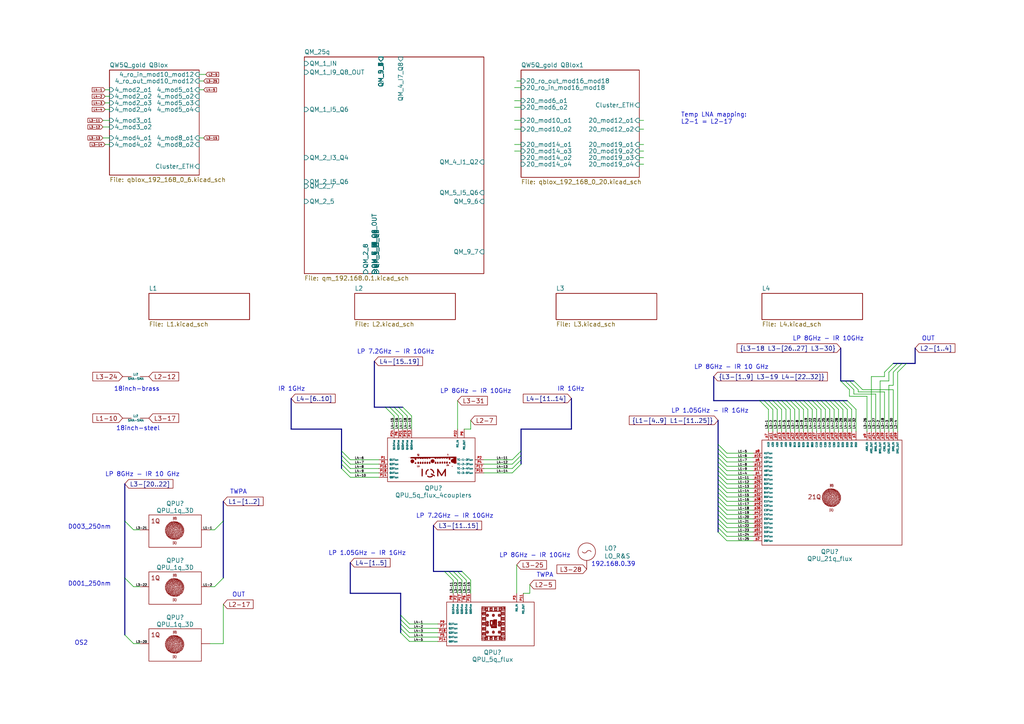
<source format=kicad_sch>
(kicad_sch (version 20230121) (generator eeschema)
  (paper "A4")
  (lib_symbols
    (symbol "Quantum Computing:LO_R&S" (on_board no)
      (property "Reference" "LO" (at 5.08 1.016 0))
      (property "Value" "LO_R&S" (at 5.08 -1.27 0))
      (symbol "LO_R&S_1_1"
        (pin output line (at 0 -5.08 90) (length 2.54) (name "") (number ""))
      )
    )
    (symbol "Quantum Computing:QPU_1q_3D" (on_board no)
      (property "Reference" "QPU" (at 0 7.62 0))
      (property "Value" "QPU_1q_3D" (at 0 5.588 0))
      (symbol "QPU_1q_3D_0_0"
        (text "1Q" (at -5.715 2.54 0) (effects (font (size 1.27 1.27))))
      )
      (symbol "QPU_1q_3D_1_1"
        (pin input line (at -10.16 0 0) (length 2.54) (name "") (number ""))
        (pin output line (at 10.16 0 180) (length 2.54) (name "") (number ""))
      )
    )
    (symbol "Quantum Computing:QPU_21q_flux" (on_board no)
      (property "Reference" "QPU" (at -0.635 -1.905 0))
      (property "Value" "QPU_21q_flux" (at -0.635 -3.937 0))
      (symbol "QPU_21q_flux_0_0"
        (text "21Q" (at -5.08 13.97 0) (effects (font (size 1.27 1.27))))
      )
      (symbol "QPU_21q_flux_1_1"
        (pin input line (at -22.86 25.4 0) (length 2.54) (name "A2Flux") (number "p10"))
        (pin input line (at -17.145 33.02 270) (length 2.54) (name "A2D") (number "p11"))
        (pin input line (at -22.86 22.86 0) (length 2.54) (name "A4Flux") (number "p12"))
        (pin input line (at -14.605 33.02 270) (length 2.54) (name "A4D") (number "p13"))
        (pin output line (at 11.43 33.02 270) (length 2.54) (name "ARO_OUT") (number "p14"))
        (pin input line (at -22.86 21.59 0) (length 2.54) (name "A5Flux") (number "p17"))
        (pin input line (at -13.335 33.02 270) (length 2.54) (name "A5D") (number "p18"))
        (pin input line (at -22.86 1.27 0) (length 2.54) (name "D5Flux") (number "p2"))
        (pin input line (at -8.255 33.02 270) (length 2.54) (name "B3D") (number "p20"))
        (pin input line (at -22.86 16.51 0) (length 2.54) (name "B3Flux") (number "p21"))
        (pin input line (at -10.795 33.02 270) (length 2.54) (name "B1D") (number "p22"))
        (pin input line (at -22.86 19.05 0) (length 2.54) (name "B1Flux") (number "p23"))
        (pin input line (at 12.7 33.02 270) (length 2.54) (name "BRO_IN") (number "p24"))
        (pin input line (at -22.86 17.78 0) (length 2.54) (name "B2Flux") (number "p25"))
        (pin input line (at -9.525 33.02 270) (length 2.54) (name "B2D") (number "p26"))
        (pin input line (at -22.86 15.24 0) (length 2.54) (name "B4Flux") (number "p27"))
        (pin input line (at -6.985 33.02 270) (length 2.54) (name "B4D") (number "p28"))
        (pin output line (at 13.97 33.02 270) (length 2.54) (name "BRO_OUT") (number "p29"))
        (pin input line (at 6.985 33.02 270) (length 2.54) (name "D5D") (number "p3"))
        (pin input line (at -22.86 13.97 0) (length 2.54) (name "B5Flux") (number "p32"))
        (pin input line (at -5.715 33.02 270) (length 2.54) (name "B5D") (number "p33"))
        (pin input line (at -1.905 33.02 270) (length 2.54) (name "C3D") (number "p35"))
        (pin input line (at -22.86 10.16 0) (length 2.54) (name "C3Flux") (number "p36"))
        (pin input line (at -4.445 33.02 270) (length 2.54) (name "C1D") (number "p37"))
        (pin input line (at -22.86 12.7 0) (length 2.54) (name "C1Flux") (number "p38"))
        (pin input line (at 15.24 33.02 270) (length 2.54) (name "CRO_IN") (number "p39"))
        (pin input line (at -22.86 20.32 0) (length 2.54) (name "A6Flux") (number "p4"))
        (pin input line (at -22.86 11.43 0) (length 2.54) (name "C2Flux") (number "p40"))
        (pin input line (at -3.175 33.02 270) (length 2.54) (name "C2D") (number "p41"))
        (pin input line (at -22.86 8.89 0) (length 2.54) (name "C4Flux") (number "p42"))
        (pin input line (at -0.635 33.02 270) (length 2.54) (name "C4D") (number "p43"))
        (pin output line (at 16.51 33.02 270) (length 2.54) (name "CRO_OUT") (number "p44"))
        (pin input line (at -22.86 7.62 0) (length 2.54) (name "C5Flux") (number "p47"))
        (pin input line (at 0.635 33.02 270) (length 2.54) (name "C5D") (number "p48"))
        (pin input line (at -12.065 33.02 270) (length 2.54) (name "A6D") (number "p49"))
        (pin input line (at -15.875 33.02 270) (length 2.54) (name "A3D") (number "p5"))
        (pin input line (at 4.445 33.02 270) (length 2.54) (name "D3D") (number "p50"))
        (pin input line (at -22.86 3.81 0) (length 2.54) (name "D3Flux") (number "p51"))
        (pin input line (at 1.905 33.02 270) (length 2.54) (name "D1D") (number "p52"))
        (pin input line (at -22.86 6.35 0) (length 2.54) (name "D1Flux") (number "p53"))
        (pin input line (at 17.78 33.02 270) (length 2.54) (name "DRO_IN") (number "p54"))
        (pin input line (at -22.86 5.08 0) (length 2.54) (name "D2Flux") (number "p55"))
        (pin input line (at 3.175 33.02 270) (length 2.54) (name "D2D") (number "p56"))
        (pin input line (at -22.86 2.54 0) (length 2.54) (name "D4Flux") (number "p57"))
        (pin input line (at 5.715 33.02 270) (length 2.54) (name "D4D") (number "p58"))
        (pin output line (at 19.05 33.02 270) (length 2.54) (name "DRO_OUT") (number "p59"))
        (pin input line (at -22.86 24.13 0) (length 2.54) (name "A3Flux") (number "p6"))
        (pin input line (at -18.415 33.02 270) (length 2.54) (name "A1D") (number "p7"))
        (pin input line (at -22.86 26.67 0) (length 2.54) (name "A1Flux") (number "p8"))
        (pin input line (at 10.16 33.02 270) (length 2.54) (name "ARO_IN") (number "p9"))
      )
    )
    (symbol "Quantum Computing:QPU_5q_flux" (on_board no)
      (property "Reference" "QPU" (at -5.715 -1.905 0))
      (property "Value" "QPU_5q_flux" (at -5.715 -3.937 0))
      (symbol "QPU_5q_flux_1_1"
        (pin output line (at 3.175 15.24 270) (length 2.54) (name "RO_OUT") (number "P11"))
        (pin input line (at -21.59 1.27 0) (length 2.54) (name "Q0Flux") (number "P14"))
        (pin input line (at -12.065 15.24 270) (length 2.54) (name "Q0Drive") (number "P15"))
        (pin input line (at -14.605 15.24 270) (length 2.54) (name "Q3Drive") (number "P17"))
        (pin input line (at -21.59 3.81 0) (length 2.54) (name "Q3Flux") (number "P18"))
        (pin input line (at -15.875 15.24 270) (length 2.54) (name "Q2Drive") (number "P2"))
        (pin input line (at 1.27 15.24 270) (length 2.54) (name "RO_IN") (number "P3"))
        (pin input line (at -21.59 2.54 0) (length 2.54) (name "Q4Flux") (number "P5"))
        (pin input line (at -13.335 15.24 270) (length 2.54) (name "Q4Drive") (number "P6"))
        (pin input line (at -21.59 5.08 0) (length 2.54) (name "Q2Flux") (number "P7"))
        (pin input line (at -17.145 15.24 270) (length 2.54) (name "Q1Drive") (number "P8"))
        (pin input line (at -21.59 6.35 0) (length 2.54) (name "Q1Flux") (number "P9"))
      )
    )
    (symbol "Quantum Computing:QPU_5q_flux_4couplers" (on_board no)
      (property "Reference" "QPU" (at -5.715 -1.905 0))
      (property "Value" "QPU_5q_flux_4couplers" (at -5.715 -3.937 0))
      (symbol "QPU_5q_flux_4couplers_0_0"
        (text "13" (at -10.16 4.445 0) (effects (font (size 0.4 0.4))))
      )
      (symbol "QPU_5q_flux_4couplers_1_1"
        (pin input line (at -21.59 6.35 0) (length 2.54) (name "Q1Flux") (number "P1"))
        (pin input line (at -12.065 15.24 270) (length 2.54) (name "Q5Drive") (number "P13"))
        (pin input line (at -21.59 1.27 0) (length 2.54) (name "Q5Flux") (number "P14"))
        (pin input line (at 8.89 2.54 180) (length 2.54) (name "TC-3-5Flux") (number "P15"))
        (pin input line (at -21.59 3.81 0) (length 2.54) (name "Q3Flux") (number "P16"))
        (pin input line (at 8.89 3.81 180) (length 2.54) (name "TC-3-4Flux") (number "P17"))
        (pin input line (at -21.59 2.54 0) (length 2.54) (name "Q4Flux") (number "P18"))
        (pin input line (at -13.335 15.24 270) (length 2.54) (name "Q4Drive") (number "P19"))
        (pin input line (at 8.89 6.35 180) (length 2.54) (name "TC-1-3Flux") (number "P2"))
        (pin input line (at -14.605 15.24 270) (length 2.54) (name "Q3Drive") (number "P21"))
        (pin input line (at 1.27 15.24 270) (length 2.54) (name "RO_IN") (number "P22"))
        (pin input line (at -17.145 15.24 270) (length 2.54) (name "Q1Drive") (number "P24"))
        (pin input line (at 8.89 5.08 180) (length 2.54) (name "TC-2-3Flux") (number "P4"))
        (pin input line (at -21.59 5.08 0) (length 2.54) (name "Q2Flux") (number "P5"))
        (pin input line (at -15.875 15.24 270) (length 2.54) (name "Q2Drive") (number "P6"))
        (pin output line (at 3.175 15.24 270) (length 2.54) (name "RO_OUT") (number "P9"))
      )
    )
    (symbol "Quantum Computing:SMA-SMA"
      (property "Reference" "L:" (at 0 0.635 0))
      (property "Value" "SMA-SMA" (at 0 -0.635 0))
      (symbol "SMA-SMA_1_1"
        (pin bidirectional line (at -3.81 0 0) (length 2.54) (name "") (number ""))
        (pin bidirectional line (at 3.81 0 180) (length 2.54) (name "") (number ""))
      )
    )
  )
  (bus_entry (at 114.3 118.11) (size 2.54 2.54))
  (bus_entry (at 243.84 110.49) (size 2.54 2.54))
  (bus_entry (at 236.855 116.205) (size 2.54 2.54))
  (bus_entry (at 208.28 139.065) (size 2.54 2.54))
  (bus_entry (at 230.505 116.205) (size 2.54 2.54))
  (bus_entry (at 116.84 118.11) (size 2.54 2.54))
  (bus_entry (at 62.23 170.18) (size 2.54 -2.54))
  (bus_entry (at 243.205 116.205) (size 2.54 2.54))
  (bus_entry (at 208.28 151.765) (size 2.54 2.54))
  (bus_entry (at 128.905 165.735) (size 2.54 2.54))
  (bus_entry (at 208.28 149.225) (size 2.54 2.54))
  (bus_entry (at 208.28 154.305) (size 2.54 2.54))
  (bus_entry (at 116.205 180.975) (size 2.54 2.54))
  (bus_entry (at 226.695 116.205) (size 2.54 2.54))
  (bus_entry (at 99.06 133.35) (size 2.54 2.54))
  (bus_entry (at 239.395 116.205) (size 2.54 2.54))
  (bus_entry (at 130.175 165.735) (size 2.54 2.54))
  (bus_entry (at 241.935 116.205) (size 2.54 2.54))
  (bus_entry (at 151.13 133.35) (size -2.54 2.54))
  (bus_entry (at 208.28 144.145) (size 2.54 2.54))
  (bus_entry (at 259.08 107.95) (size 2.54 -2.54))
  (bus_entry (at 245.11 110.49) (size 2.54 2.54))
  (bus_entry (at 234.315 116.205) (size 2.54 2.54))
  (bus_entry (at 238.125 116.205) (size 2.54 2.54))
  (bus_entry (at 116.205 178.435) (size 2.54 2.54))
  (bus_entry (at 227.965 116.205) (size 2.54 2.54))
  (bus_entry (at 132.715 165.735) (size 2.54 2.54))
  (bus_entry (at 116.205 179.705) (size 2.54 2.54))
  (bus_entry (at 151.13 134.62) (size -2.54 2.54))
  (bus_entry (at 208.28 153.035) (size 2.54 2.54))
  (bus_entry (at 229.235 116.205) (size 2.54 2.54))
  (bus_entry (at 240.665 116.205) (size 2.54 2.54))
  (bus_entry (at 62.23 153.67) (size 2.54 -2.54))
  (bus_entry (at 36.195 167.64) (size 2.54 2.54))
  (bus_entry (at 115.57 118.11) (size 2.54 2.54))
  (bus_entry (at 99.06 130.81) (size 2.54 2.54))
  (bus_entry (at 208.28 150.495) (size 2.54 2.54))
  (bus_entry (at 220.345 116.205) (size 2.54 2.54))
  (bus_entry (at 111.76 118.11) (size 2.54 2.54))
  (bus_entry (at 222.885 116.205) (size 2.54 2.54))
  (bus_entry (at 257.81 107.95) (size 2.54 -2.54))
  (bus_entry (at 208.28 136.525) (size 2.54 2.54))
  (bus_entry (at 233.045 116.205) (size 2.54 2.54))
  (bus_entry (at 151.13 130.81) (size -2.54 2.54))
  (bus_entry (at 36.195 184.15) (size 2.54 2.54))
  (bus_entry (at 245.745 116.205) (size 2.54 2.54))
  (bus_entry (at 208.28 145.415) (size 2.54 2.54))
  (bus_entry (at 99.06 132.08) (size 2.54 2.54))
  (bus_entry (at 225.425 116.205) (size 2.54 2.54))
  (bus_entry (at 260.35 107.95) (size 2.54 -2.54))
  (bus_entry (at 208.28 128.905) (size 2.54 2.54))
  (bus_entry (at 133.985 165.735) (size 2.54 2.54))
  (bus_entry (at 208.28 140.335) (size 2.54 2.54))
  (bus_entry (at 208.28 132.715) (size 2.54 2.54))
  (bus_entry (at 208.28 147.955) (size 2.54 2.54))
  (bus_entry (at 244.475 116.205) (size 2.54 2.54))
  (bus_entry (at 208.28 142.875) (size 2.54 2.54))
  (bus_entry (at 151.13 132.08) (size -2.54 2.54))
  (bus_entry (at 224.155 116.205) (size 2.54 2.54))
  (bus_entry (at 235.585 116.205) (size 2.54 2.54))
  (bus_entry (at 221.615 116.205) (size 2.54 2.54))
  (bus_entry (at 208.28 141.605) (size 2.54 2.54))
  (bus_entry (at 208.28 146.685) (size 2.54 2.54))
  (bus_entry (at 131.445 165.735) (size 2.54 2.54))
  (bus_entry (at 256.54 107.95) (size 2.54 -2.54))
  (bus_entry (at 99.06 134.62) (size 2.54 2.54))
  (bus_entry (at 208.28 130.175) (size 2.54 2.54))
  (bus_entry (at 99.06 135.89) (size 2.54 2.54))
  (bus_entry (at 116.205 183.515) (size 2.54 2.54))
  (bus_entry (at 208.28 135.255) (size 2.54 2.54))
  (bus_entry (at 116.205 182.245) (size 2.54 2.54))
  (bus_entry (at 208.28 131.445) (size 2.54 2.54))
  (bus_entry (at 231.775 116.205) (size 2.54 2.54))
  (bus_entry (at 247.65 110.49) (size 2.54 2.54))
  (bus_entry (at 113.03 118.11) (size 2.54 2.54))
  (bus_entry (at 208.28 137.795) (size 2.54 2.54))
  (bus_entry (at 36.195 151.13) (size 2.54 2.54))
  (bus_entry (at 208.28 133.985) (size 2.54 2.54))
  (bus_entry (at 246.38 110.49) (size 2.54 2.54))
  (bus (pts (xy 208.28 147.955) (xy 208.28 149.225)))
  (bus (pts (xy 243.205 116.205) (xy 244.475 116.205)))
  (bus (pts (xy 36.195 140.335) (xy 36.195 151.13)))
  (bus (pts (xy 208.28 146.685) (xy 208.28 145.415)))
  (wire (pts (xy 252.73 109.22) (xy 256.54 109.22)))
  (wire (pts (xy 256.54 109.22) (xy 256.54 107.95)))
  (bus (pts (xy 208.28 141.605) (xy 208.28 140.335)))
  (wire (pts (xy 210.82 156.845) (xy 218.44 156.845)))
  (wire (pts (xy 132.715 116.205) (xy 132.715 124.46)))
  (wire (pts (xy 30.48 41.91) (xy 31.75 41.91)))
  (bus (pts (xy 220.345 116.205) (xy 221.615 116.205)))
  (wire (pts (xy 57.785 21.59) (xy 59.69 21.59)))
  (wire (pts (xy 229.235 118.745) (xy 229.235 125.095)))
  (bus (pts (xy 208.28 135.255) (xy 208.28 133.985)))
  (bus (pts (xy 236.855 116.205) (xy 238.125 116.205)))
  (wire (pts (xy 257.81 110.49) (xy 255.27 110.49)))
  (wire (pts (xy 116.84 120.65) (xy 116.84 124.46)))
  (wire (pts (xy 210.82 146.685) (xy 218.44 146.685)))
  (wire (pts (xy 225.425 118.745) (xy 225.425 125.095)))
  (wire (pts (xy 132.715 168.275) (xy 132.715 172.085)))
  (wire (pts (xy 57.785 40.005) (xy 59.055 40.005)))
  (bus (pts (xy 130.175 165.735) (xy 128.905 165.735)))
  (wire (pts (xy 149.225 37.465) (xy 151.13 37.465)))
  (bus (pts (xy 116.205 183.515) (xy 116.205 182.245)))
  (bus (pts (xy 245.11 110.49) (xy 243.84 110.49)))
  (wire (pts (xy 210.82 131.445) (xy 218.44 131.445)))
  (bus (pts (xy 241.935 116.205) (xy 243.205 116.205)))
  (wire (pts (xy 241.935 118.745) (xy 241.935 125.095)))
  (wire (pts (xy 210.82 147.955) (xy 218.44 147.955)))
  (bus (pts (xy 208.28 142.875) (xy 208.28 141.605)))
  (wire (pts (xy 224.155 118.745) (xy 224.155 125.095)))
  (bus (pts (xy 208.28 144.145) (xy 208.28 142.875)))
  (bus (pts (xy 259.08 105.41) (xy 260.35 105.41)))
  (wire (pts (xy 210.82 139.065) (xy 218.44 139.065)))
  (bus (pts (xy 233.045 116.205) (xy 234.315 116.205)))
  (bus (pts (xy 231.775 116.205) (xy 233.045 116.205)))
  (wire (pts (xy 226.695 118.745) (xy 226.695 125.095)))
  (bus (pts (xy 240.665 116.205) (xy 241.935 116.205)))
  (bus (pts (xy 99.06 130.81) (xy 99.06 124.46)))
  (wire (pts (xy 254 114.3) (xy 254 125.095)))
  (wire (pts (xy 227.965 118.745) (xy 227.965 125.095)))
  (bus (pts (xy 99.06 133.35) (xy 99.06 132.08)))
  (wire (pts (xy 29.845 34.925) (xy 31.75 34.925)))
  (wire (pts (xy 133.985 168.275) (xy 133.985 172.085)))
  (wire (pts (xy 149.86 23.495) (xy 151.13 23.495)))
  (bus (pts (xy 208.28 153.035) (xy 208.28 151.765)))
  (wire (pts (xy 64.77 175.26) (xy 64.77 186.69)))
  (wire (pts (xy 210.82 149.225) (xy 218.44 149.225)))
  (wire (pts (xy 118.745 180.975) (xy 127 180.975)))
  (wire (pts (xy 30.48 31.75) (xy 31.75 31.75)))
  (bus (pts (xy 265.43 100.965) (xy 265.43 105.41)))
  (wire (pts (xy 260.35 107.95) (xy 260.35 125.095)))
  (bus (pts (xy 226.695 116.205) (xy 227.965 116.205)))
  (wire (pts (xy 185.42 45.72) (xy 186.69 45.72)))
  (wire (pts (xy 131.445 168.275) (xy 131.445 172.085)))
  (wire (pts (xy 257.81 111.76) (xy 259.08 111.76)))
  (wire (pts (xy 149.225 25.4) (xy 151.13 25.4)))
  (wire (pts (xy 233.045 118.745) (xy 233.045 125.095)))
  (bus (pts (xy 260.35 105.41) (xy 261.62 105.41)))
  (bus (pts (xy 208.28 150.495) (xy 208.28 149.225)))
  (wire (pts (xy 119.38 120.65) (xy 119.38 124.46)))
  (wire (pts (xy 248.285 118.745) (xy 248.285 125.095)))
  (wire (pts (xy 246.38 114.935) (xy 251.46 114.935)))
  (wire (pts (xy 30.48 27.94) (xy 31.75 27.94)))
  (bus (pts (xy 208.28 139.065) (xy 208.28 137.795)))
  (wire (pts (xy 210.82 154.305) (xy 218.44 154.305)))
  (bus (pts (xy 234.315 116.205) (xy 235.585 116.205)))
  (wire (pts (xy 259.08 113.03) (xy 259.08 125.095)))
  (wire (pts (xy 148.59 137.16) (xy 140.335 137.16)))
  (bus (pts (xy 116.205 179.705) (xy 116.205 178.435)))
  (wire (pts (xy 210.82 151.765) (xy 218.44 151.765)))
  (wire (pts (xy 29.845 40.005) (xy 31.75 40.005)))
  (wire (pts (xy 210.82 150.495) (xy 218.44 150.495)))
  (bus (pts (xy 208.28 131.445) (xy 208.28 130.175)))
  (bus (pts (xy 227.965 116.205) (xy 229.235 116.205)))
  (wire (pts (xy 149.86 163.83) (xy 149.86 172.085)))
  (wire (pts (xy 210.82 140.335) (xy 218.44 140.335)))
  (bus (pts (xy 151.13 133.35) (xy 151.13 132.08)))
  (wire (pts (xy 247.65 114.3) (xy 247.65 113.03)))
  (bus (pts (xy 116.84 118.11) (xy 115.57 118.11)))
  (bus (pts (xy 208.28 140.335) (xy 208.28 139.065)))
  (wire (pts (xy 101.6 137.16) (xy 109.855 137.16)))
  (wire (pts (xy 136.525 121.92) (xy 136.525 124.46)))
  (wire (pts (xy 149.225 29.21) (xy 151.13 29.21)))
  (wire (pts (xy 256.54 113.665) (xy 248.92 113.665)))
  (bus (pts (xy 207.01 109.22) (xy 207.01 116.205)))
  (bus (pts (xy 115.57 118.11) (xy 114.3 118.11)))
  (bus (pts (xy 84.455 115.57) (xy 84.455 124.46)))
  (wire (pts (xy 210.82 153.035) (xy 218.44 153.035)))
  (wire (pts (xy 101.6 138.43) (xy 109.855 138.43)))
  (wire (pts (xy 153.67 172.085) (xy 151.765 172.085)))
  (wire (pts (xy 101.6 135.89) (xy 109.855 135.89)))
  (wire (pts (xy 148.59 134.62) (xy 140.335 134.62)))
  (bus (pts (xy 229.235 116.205) (xy 230.505 116.205)))
  (wire (pts (xy 118.745 186.055) (xy 127 186.055)))
  (wire (pts (xy 30.48 29.845) (xy 31.75 29.845)))
  (wire (pts (xy 238.125 118.745) (xy 238.125 125.095)))
  (bus (pts (xy 208.28 133.985) (xy 208.28 132.715)))
  (wire (pts (xy 235.585 118.745) (xy 235.585 125.095)))
  (wire (pts (xy 60.96 170.18) (xy 62.23 170.18)))
  (wire (pts (xy 135.255 168.275) (xy 135.255 172.085)))
  (bus (pts (xy 151.13 130.81) (xy 151.13 124.46)))
  (wire (pts (xy 57.785 23.495) (xy 59.055 23.495)))
  (wire (pts (xy 185.42 47.625) (xy 186.69 47.625)))
  (bus (pts (xy 208.28 145.415) (xy 208.28 144.145)))
  (wire (pts (xy 244.475 118.745) (xy 244.475 125.095)))
  (wire (pts (xy 210.82 155.575) (xy 218.44 155.575)))
  (bus (pts (xy 208.28 146.685) (xy 208.28 147.955)))
  (bus (pts (xy 36.195 151.13) (xy 36.195 167.64)))
  (bus (pts (xy 246.38 110.49) (xy 245.11 110.49)))
  (bus (pts (xy 101.6 163.195) (xy 101.6 172.085)))
  (bus (pts (xy 247.65 110.49) (xy 246.38 110.49)))
  (wire (pts (xy 210.82 145.415) (xy 218.44 145.415)))
  (bus (pts (xy 36.195 167.64) (xy 36.195 184.15)))
  (bus (pts (xy 111.76 118.11) (xy 108.585 118.11)))
  (wire (pts (xy 60.96 153.67) (xy 62.23 153.67)))
  (wire (pts (xy 148.59 135.89) (xy 140.335 135.89)))
  (bus (pts (xy 208.28 130.175) (xy 208.28 128.905)))
  (wire (pts (xy 255.27 110.49) (xy 255.27 125.095)))
  (bus (pts (xy 208.28 154.305) (xy 208.28 153.035)))
  (bus (pts (xy 221.615 116.205) (xy 222.885 116.205)))
  (wire (pts (xy 248.92 113.665) (xy 248.92 113.03)))
  (wire (pts (xy 247.015 118.745) (xy 247.015 125.095)))
  (bus (pts (xy 239.395 116.205) (xy 240.665 116.205)))
  (wire (pts (xy 149.225 43.815) (xy 151.13 43.815)))
  (wire (pts (xy 149.225 31.115) (xy 151.13 31.115)))
  (bus (pts (xy 243.84 100.965) (xy 243.84 110.49)))
  (wire (pts (xy 210.82 136.525) (xy 218.44 136.525)))
  (wire (pts (xy 148.59 133.35) (xy 140.335 133.35)))
  (bus (pts (xy 230.505 116.205) (xy 231.775 116.205)))
  (wire (pts (xy 243.205 118.745) (xy 243.205 125.095)))
  (wire (pts (xy 257.81 107.95) (xy 257.81 110.49)))
  (wire (pts (xy 29.845 36.83) (xy 31.75 36.83)))
  (wire (pts (xy 210.82 137.795) (xy 218.44 137.795)))
  (wire (pts (xy 231.775 118.745) (xy 231.775 125.095)))
  (wire (pts (xy 254 114.3) (xy 247.65 114.3)))
  (bus (pts (xy 99.06 134.62) (xy 99.06 133.35)))
  (bus (pts (xy 165.735 124.46) (xy 151.13 124.46)))
  (bus (pts (xy 165.735 115.57) (xy 165.735 124.46)))
  (wire (pts (xy 185.42 37.465) (xy 186.69 37.465)))
  (wire (pts (xy 251.46 114.935) (xy 251.46 125.095)))
  (wire (pts (xy 246.38 113.03) (xy 246.38 114.935)))
  (bus (pts (xy 108.585 104.775) (xy 108.585 118.11)))
  (bus (pts (xy 235.585 116.205) (xy 236.855 116.205)))
  (bus (pts (xy 151.13 132.08) (xy 151.13 130.81)))
  (wire (pts (xy 136.525 168.275) (xy 136.525 172.085)))
  (bus (pts (xy 99.06 132.08) (xy 99.06 130.81)))
  (bus (pts (xy 64.77 145.415) (xy 64.77 151.13)))
  (wire (pts (xy 38.735 153.67) (xy 40.64 153.67)))
  (wire (pts (xy 210.82 142.875) (xy 218.44 142.875)))
  (wire (pts (xy 239.395 118.745) (xy 239.395 125.095)))
  (bus (pts (xy 131.445 165.735) (xy 130.175 165.735)))
  (wire (pts (xy 136.525 124.46) (xy 134.62 124.46)))
  (wire (pts (xy 38.735 186.69) (xy 40.64 186.69)))
  (bus (pts (xy 208.28 137.795) (xy 208.28 136.525)))
  (wire (pts (xy 115.57 120.65) (xy 115.57 124.46)))
  (wire (pts (xy 210.82 144.145) (xy 218.44 144.145)))
  (bus (pts (xy 207.01 116.205) (xy 220.345 116.205)))
  (wire (pts (xy 118.745 184.785) (xy 127 184.785)))
  (bus (pts (xy 208.28 132.715) (xy 208.28 131.445)))
  (bus (pts (xy 222.885 116.205) (xy 224.155 116.205)))
  (wire (pts (xy 38.735 170.18) (xy 40.64 170.18)))
  (bus (pts (xy 132.715 165.735) (xy 131.445 165.735)))
  (bus (pts (xy 99.06 135.89) (xy 99.06 134.62)))
  (wire (pts (xy 118.745 183.515) (xy 127 183.515)))
  (wire (pts (xy 234.315 118.745) (xy 234.315 125.095)))
  (bus (pts (xy 262.89 105.41) (xy 265.43 105.41)))
  (wire (pts (xy 60.96 186.69) (xy 64.77 186.69)))
  (wire (pts (xy 210.82 133.985) (xy 218.44 133.985)))
  (wire (pts (xy 245.745 118.745) (xy 245.745 125.095)))
  (wire (pts (xy 149.225 41.91) (xy 151.13 41.91)))
  (wire (pts (xy 210.82 135.255) (xy 218.44 135.255)))
  (bus (pts (xy 116.205 182.245) (xy 116.205 180.975)))
  (wire (pts (xy 236.855 118.745) (xy 236.855 125.095)))
  (bus (pts (xy 125.73 152.4) (xy 125.73 165.735)))
  (wire (pts (xy 259.08 111.76) (xy 259.08 107.95)))
  (bus (pts (xy 208.28 151.765) (xy 208.28 150.495)))
  (bus (pts (xy 133.985 165.735) (xy 132.715 165.735)))
  (wire (pts (xy 252.73 109.22) (xy 252.73 125.095)))
  (bus (pts (xy 238.125 116.205) (xy 239.395 116.205)))
  (wire (pts (xy 250.19 113.03) (xy 259.08 113.03)))
  (bus (pts (xy 84.455 124.46) (xy 99.06 124.46)))
  (bus (pts (xy 113.03 118.11) (xy 111.76 118.11)))
  (bus (pts (xy 244.475 116.205) (xy 245.745 116.205)))
  (bus (pts (xy 116.205 178.435) (xy 116.205 172.085)))
  (bus (pts (xy 128.905 165.735) (xy 125.73 165.735)))
  (wire (pts (xy 185.42 34.925) (xy 186.69 34.925)))
  (wire (pts (xy 30.48 26.035) (xy 31.75 26.035)))
  (bus (pts (xy 225.425 116.205) (xy 226.695 116.205)))
  (wire (pts (xy 118.745 182.245) (xy 127 182.245)))
  (wire (pts (xy 149.225 34.925) (xy 151.13 34.925)))
  (wire (pts (xy 57.785 26.035) (xy 59.055 26.035)))
  (wire (pts (xy 210.82 141.605) (xy 218.44 141.605)))
  (wire (pts (xy 101.6 134.62) (xy 109.855 134.62)))
  (wire (pts (xy 101.6 133.35) (xy 109.855 133.35)))
  (bus (pts (xy 114.3 118.11) (xy 113.03 118.11)))
  (wire (pts (xy 257.81 111.76) (xy 257.81 125.095)))
  (bus (pts (xy 261.62 105.41) (xy 262.89 105.41)))
  (bus (pts (xy 224.155 116.205) (xy 225.425 116.205)))
  (wire (pts (xy 114.3 120.65) (xy 114.3 124.46)))
  (wire (pts (xy 153.67 169.545) (xy 153.67 172.085)))
  (wire (pts (xy 118.11 120.65) (xy 118.11 124.46)))
  (wire (pts (xy 185.42 41.91) (xy 186.69 41.91)))
  (bus (pts (xy 208.28 121.92) (xy 208.28 128.905)))
  (wire (pts (xy 185.42 43.815) (xy 186.69 43.815)))
  (bus (pts (xy 116.205 180.975) (xy 116.205 179.705)))
  (bus (pts (xy 208.28 136.525) (xy 208.28 135.255)))
  (wire (pts (xy 210.82 132.715) (xy 218.44 132.715)))
  (wire (pts (xy 230.505 118.745) (xy 230.505 125.095)))
  (bus (pts (xy 64.77 151.13) (xy 64.77 167.64)))
  (bus (pts (xy 101.6 172.085) (xy 116.205 172.085)))
  (wire (pts (xy 256.54 113.665) (xy 256.54 125.095)))
  (bus (pts (xy 151.13 134.62) (xy 151.13 133.35)))
  (wire (pts (xy 240.665 118.745) (xy 240.665 125.095)))
  (wire (pts (xy 222.885 118.745) (xy 222.885 125.095)))
  (text "192.168.0.39\n" (at 171.45 164.465 0) (effects (font (size 1.27 1.27)) (justify left bottom)))
  (text "LP 7.2GHz - IR 10GHz" (at 120.65 150.495 0) (effects (font (size 1.27 1.27)) (justify left bottom)))
  (text "18inch-steel" (at 33.655 125.095 0) (effects (font (size 1.27 1.27)) (justify left bottom)))
  (text "18inch-brass" (at 33.02 113.665 0) (effects (font (size 1.27 1.27)) (justify left bottom)))
  (text "LP 8GHz - IR 10GHz" (at 229.87 99.06 0) (effects (font (size 1.27 1.27)) (justify left bottom)))
  (text "TWPA" (at 155.575 167.64 0) (effects (font (size 1.27 1.27)) (justify left bottom)))
  (text "LP 1.05GHz - IR 1GHz" (at 95.25 161.29 0) (effects (font (size 1.27 1.27)) (justify left bottom)))
  (text "TWPA" (at 66.675 143.51 0) (effects (font (size 1.27 1.27)) (justify left bottom)))
  (text "IR 1GHz" (at 80.645 113.665 0) (effects (font (size 1.27 1.27)) (justify left bottom)))
  (text "Temp LNA mapping:\nL2-1 = L2-17\n" (at 197.485 36.195 0) (effects (font (size 1.27 1.27)) (justify left bottom)))
  (text "LP 8GHz - IR 10 GHz" (at 30.48 138.43 0) (effects (font (size 1.27 1.27)) (justify left bottom)))
  (text "LP 8GHz - IR 10 GHz" (at 201.295 107.315 0) (effects (font (size 1.27 1.27)) (justify left bottom)))
  (text "OS2" (at 21.59 187.325 0) (effects (font (size 1.27 1.27)) (justify left bottom)))
  (text "LP 1.05GHz - IR 1GHz" (at 217.17 120.015 0) (effects (font (size 1.27 1.27)) (justify right bottom)))
  (text "LP 7.2GHz - IR 10GHz" (at 103.505 102.87 0) (effects (font (size 1.27 1.27)) (justify left bottom)))
  (text "D003_250nm" (at 19.685 153.67 0) (effects (font (size 1.27 1.27)) (justify left bottom)))
  (text "LP 8GHz - IR 10GHz" (at 144.78 161.925 0) (effects (font (size 1.27 1.27)) (justify left bottom)))
  (text "D001_250nm\n" (at 19.685 170.18 0) (effects (font (size 1.27 1.27)) (justify left bottom)))
  (text "LP 8GHz - IR 10GHz" (at 127.635 114.3 0) (effects (font (size 1.27 1.27)) (justify left bottom)))
  (text "OUT" (at 67.31 173.355 0) (effects (font (size 1.27 1.27)) (justify left bottom)))
  (text "IR 1GHz" (at 169.545 113.665 0) (effects (font (size 1.27 1.27)) (justify right bottom)))
  (text "OUT" (at 267.335 99.06 0) (effects (font (size 1.27 1.27)) (justify left bottom)))
  (label "L3-1" (at 222.885 124.46 90) (effects (font (size 0.64 0.64))))
  (label "L4-30" (at 245.745 124.46 90) (effects (font (size 0.64 0.64))))
  (label "L4-9" (at 102.87 137.16 0) (effects (font (size 0.64 0.64))))
  (label "L1-1" (at 61.595 153.67 180) (effects (font (size 0.64 0.64))))
  (label "L1-7" (at 213.995 133.985 0) (effects (font (size 0.64 0.64))))
  (label "L3-4" (at 226.695 124.46 90) (effects (font (size 0.64 0.64))))
  (label "L4-17" (at 116.84 124.46 90) (effects (font (size 0.64 0.64))))
  (label "L3-13" (at 133.985 172.085 90) (effects (font (size 0.64 0.64))))
  (label "L3-27" (at 254 124.46 90) (effects (font (size 0.64 0.64))))
  (label "L3-11" (at 131.445 172.085 90) (effects (font (size 0.64 0.64))))
  (label "L1-21" (at 213.995 151.765 0) (effects (font (size 0.64 0.64))))
  (label "L1-16" (at 213.995 145.415 0) (effects (font (size 0.64 0.64))))
  (label "L1-19" (at 213.995 149.225 0) (effects (font (size 0.64 0.64))))
  (label "L4-22" (at 235.585 124.46 90) (effects (font (size 0.64 0.64))))
  (label "L4-26" (at 240.665 124.46 90) (effects (font (size 0.64 0.64))))
  (label "L1-2" (at 61.595 170.18 180) (effects (font (size 0.64 0.64))))
  (label "L4-11" (at 147.32 133.35 180) (effects (font (size 0.64 0.64))))
  (label "L1-12" (at 213.995 140.335 0) (effects (font (size 0.64 0.64))))
  (label "L1-23" (at 213.995 154.305 0) (effects (font (size 0.64 0.64))))
  (label "L4-3" (at 120.015 183.515 0) (effects (font (size 0.64 0.64))))
  (label "L4-1" (at 120.015 180.975 0) (effects (font (size 0.64 0.64))))
  (label "L4-4" (at 120.015 184.785 0) (effects (font (size 0.64 0.64))))
  (label "L4-15" (at 114.3 124.46 90) (effects (font (size 0.64 0.64))))
  (label "L2-4" (at 260.35 124.46 90) (effects (font (size 0.64 0.64))))
  (label "L1-13" (at 213.995 141.605 0) (effects (font (size 0.64 0.64))))
  (label "L3-12" (at 132.715 172.085 90) (effects (font (size 0.64 0.64))))
  (label "L4-12" (at 147.32 134.62 180) (effects (font (size 0.64 0.64))))
  (label "L4-16" (at 115.57 124.46 90) (effects (font (size 0.64 0.64))))
  (label "L1-5" (at 213.995 131.445 0) (effects (font (size 0.64 0.64))))
  (label "L3-2" (at 224.155 124.46 90) (effects (font (size 0.64 0.64))))
  (label "L1-25" (at 213.995 156.845 0) (effects (font (size 0.64 0.64))))
  (label "L4-18" (at 118.11 124.46 90) (effects (font (size 0.64 0.64))))
  (label "L1-11" (at 213.995 139.065 0) (effects (font (size 0.64 0.64))))
  (label "L1-6" (at 213.995 132.715 0) (effects (font (size 0.64 0.64))))
  (label "L4-14" (at 147.32 137.16 180) (effects (font (size 0.64 0.64))))
  (label "L3-3" (at 225.425 124.46 90) (effects (font (size 0.64 0.64))))
  (label "L4-6" (at 102.87 133.35 0) (effects (font (size 0.64 0.64))))
  (label "L3-30" (at 259.08 124.46 90) (effects (font (size 0.64 0.64))))
  (label "L3-21" (at 39.37 153.67 0) (effects (font (size 0.64 0.64))))
  (label "L4-10" (at 102.87 138.43 0) (effects (font (size 0.64 0.64))))
  (label "L2-3" (at 257.81 124.46 90) (effects (font (size 0.64 0.64))))
  (label "L3-18" (at 256.54 124.46 90) (effects (font (size 0.64 0.64))))
  (label "L3-6" (at 229.235 124.46 90) (effects (font (size 0.64 0.64))))
  (label "L3-9" (at 233.045 124.46 90) (effects (font (size 0.64 0.64))))
  (label "L3-20" (at 39.37 186.69 0) (effects (font (size 0.64 0.64))))
  (label "L4-27" (at 241.935 124.46 90) (effects (font (size 0.64 0.64))))
  (label "L3-26" (at 251.46 124.46 90) (effects (font (size 0.64 0.64))))
  (label "L1-9" (at 213.995 136.525 0) (effects (font (size 0.64 0.64))))
  (label "L3-22" (at 39.37 170.18 0) (effects (font (size 0.64 0.64))))
  (label "L4-32" (at 248.285 124.46 90) (effects (font (size 0.64 0.64))))
  (label "L4-23" (at 236.855 124.46 90) (effects (font (size 0.64 0.64))))
  (label "L4-28" (at 243.205 124.46 90) (effects (font (size 0.64 0.64))))
  (label "L3-5" (at 227.965 124.46 90) (effects (font (size 0.64 0.64))))
  (label "L3-19" (at 234.315 124.46 90) (effects (font (size 0.64 0.64))))
  (label "L4-25" (at 239.395 124.46 90) (effects (font (size 0.64 0.64))))
  (label "L3-15" (at 136.525 172.085 90) (effects (font (size 0.64 0.64))))
  (label "L1-17" (at 213.995 146.685 0) (effects (font (size 0.64 0.64))))
  (label "L4-13" (at 147.32 135.89 180) (effects (font (size 0.64 0.64))))
  (label "L1-8" (at 213.995 135.255 0) (effects (font (size 0.64 0.64))))
  (label "L2-2" (at 255.27 124.46 90) (effects (font (size 0.64 0.64))))
  (label "L4-29" (at 244.475 124.46 90) (effects (font (size 0.64 0.64))))
  (label "L4-2" (at 120.015 182.245 0) (effects (font (size 0.64 0.64))))
  (label "L3-8" (at 231.775 124.46 90) (effects (font (size 0.64 0.64))))
  (label "L3-14" (at 135.255 172.085 90) (effects (font (size 0.64 0.64))))
  (label "L2-1" (at 252.73 124.46 90) (effects (font (size 0.64 0.64))))
  (label "L4-31" (at 247.015 124.46 90) (effects (font (size 0.64 0.64))))
  (label "L1-22" (at 213.995 153.035 0) (effects (font (size 0.64 0.64))))
  (label "L1-15" (at 213.995 144.145 0) (effects (font (size 0.64 0.64))))
  (label "L4-5" (at 120.015 186.055 0) (effects (font (size 0.64 0.64))))
  (label "L4-8" (at 102.87 135.89 0) (effects (font (size 0.64 0.64))))
  (label "L4-7" (at 102.87 134.62 0) (effects (font (size 0.64 0.64))))
  (label "L4-19" (at 119.38 124.46 90) (effects (font (size 0.64 0.64))))
  (label "L1-24" (at 213.995 155.575 0) (effects (font (size 0.64 0.64))))
  (label "L1-4" (at 213.995 137.795 0) (effects (font (size 0.64 0.64))))
  (label "L1-14" (at 213.995 142.875 0) (effects (font (size 0.64 0.64))))
  (label "L1-20" (at 213.995 150.495 0) (effects (font (size 0.64 0.64))))
  (label "L1-18" (at 213.995 147.955 0) (effects (font (size 0.64 0.64))))
  (label "L4-24" (at 238.125 124.46 90) (effects (font (size 0.64 0.64))))
  (label "L3-7" (at 230.505 124.46 90) (effects (font (size 0.64 0.64))))
  (global_label "L4-[1..5]" (shape input) (at 101.6 163.195 0) (property "Intersheetrefs" "${INTERSHEET_REFS}" (effects hide)))
  (global_label "L3-28" (shape input) (at 170.18 165.1 180) (property "Intersheetrefs" "${INTERSHEET_REFS}" (effects hide)))
  (global_label "L4-[6..10]" (shape input) (at 84.455 115.57 0) (property "Intersheetrefs" "${INTERSHEET_REFS}" (effects hide)))
  (global_label "L2-5" (shape input) (at 153.67 169.545 0) (property "Intersheetrefs" "${INTERSHEET_REFS}" (effects hide)))
  (global_label "L4-1" (shape input) (at 30.48 26.035 180) (effects (font (size 0.64 0.64))) (property "Intersheetrefs" "${INTERSHEET_REFS}" (effects hide)))
  (global_label "{L3-[1..9] L3-19 L4-[22..32]}" (shape input) (at 207.01 109.22 0) (property "Intersheetrefs" "${INTERSHEET_REFS}" (effects hide)))
  (global_label "L3-14" (shape input) (at 30.48 41.91 180) (effects (font (size 0.64 0.64))) (property "Intersheetrefs" "${INTERSHEET_REFS}" (effects hide)))
  (global_label "L2-[1..4]" (shape input) (at 265.43 100.965 0) (property "Intersheetrefs" "${INTERSHEET_REFS}" (effects hide)))
  (global_label "L4-[11..14]" (shape input) (at 165.735 115.57 180) (property "Intersheetrefs" "${INTERSHEET_REFS}" (effects hide)))
  (global_label "L3-13" (shape input) (at 29.845 40.005 180) (effects (font (size 0.64 0.64))) (property "Intersheetrefs" "${INTERSHEET_REFS}" (effects hide)))
  (global_label "L4-[15..19]" (shape input) (at 108.585 104.775 0) (property "Intersheetrefs" "${INTERSHEET_REFS}" (effects hide)))
  (global_label "L3-31" (shape input) (at 132.715 116.205 0) (property "Intersheetrefs" "${INTERSHEET_REFS}" (effects hide)))
  (global_label "L2-7" (shape input) (at 136.525 121.92 0) (property "Intersheetrefs" "${INTERSHEET_REFS}" (effects hide)))
  (global_label "{L3-18 L3-[26..27] L3-30}" (shape input) (at 243.84 100.965 180) (property "Intersheetrefs" "${INTERSHEET_REFS}" (effects hide)))
  (global_label "L3-[20..22]" (shape input) (at 36.195 140.335 0) (property "Intersheetrefs" "${INTERSHEET_REFS}" (effects hide)))
  (global_label "L3-24" (shape input) (at 35.56 109.22 180) (property "Intersheetrefs" "${INTERSHEET_REFS}" (effects hide)))
  (global_label "L3-15" (shape input) (at 59.055 40.005 0) (effects (font (size 0.64 0.64))) (property "Intersheetrefs" "${INTERSHEET_REFS}" (effects hide)))
  (global_label "L4-4" (shape input) (at 30.48 31.75 180) (effects (font (size 0.64 0.64))) (property "Intersheetrefs" "${INTERSHEET_REFS}" (effects hide)))
  (global_label "L4-5" (shape input) (at 59.055 26.035 0) (effects (font (size 0.64 0.64))) (property "Intersheetrefs" "${INTERSHEET_REFS}" (effects hide)))
  (global_label "L2-12" (shape input) (at 43.18 109.22 0) (property "Intersheetrefs" "${INTERSHEET_REFS}" (effects hide)))
  (global_label "L4-2" (shape input) (at 30.48 27.94 180) (effects (font (size 0.64 0.64))) (property "Intersheetrefs" "${INTERSHEET_REFS}" (effects hide)))
  (global_label "L3-[11..15]" (shape input) (at 125.73 152.4 0) (property "Intersheetrefs" "${INTERSHEET_REFS}" (effects hide)))
  (global_label "L3-25" (shape input) (at 59.055 23.495 0) (effects (font (size 0.64 0.64))) (property "Intersheetrefs" "${INTERSHEET_REFS}" (effects hide)))
  (global_label "L3-25" (shape input) (at 149.86 163.83 0) (property "Intersheetrefs" "${INTERSHEET_REFS}" (effects hide)))
  (global_label "L2-17" (shape input) (at 64.77 175.26 0) (property "Intersheetrefs" "${INTERSHEET_REFS}" (effects hide)))
  (global_label "L1-[1..2]" (shape input) (at 64.77 145.415 0) (property "Intersheetrefs" "${INTERSHEET_REFS}" (effects hide)))
  (global_label "L3-11" (shape input) (at 29.845 34.925 180) (effects (font (size 0.64 0.64))) (property "Intersheetrefs" "${INTERSHEET_REFS}" (effects hide)))
  (global_label "L4-3" (shape input) (at 30.48 29.845 180) (effects (font (size 0.64 0.64))) (property "Intersheetrefs" "${INTERSHEET_REFS}" (effects hide)))
  (global_label "L3-17" (shape input) (at 43.18 121.285 0) (property "Intersheetrefs" "${INTERSHEET_REFS}" (effects hide)))
  (global_label "L3-12" (shape input) (at 29.845 36.83 180) (effects (font (size 0.64 0.64))) (property "Intersheetrefs" "${INTERSHEET_REFS}" (effects hide)))
  (global_label "L1-10" (shape input) (at 35.56 121.285 180) (property "Intersheetrefs" "${INTERSHEET_REFS}" (effects hide)))
  (global_label "{L1-[4..9] L1-[11..25]}" (shape input) (at 208.28 121.92 180) (property "Intersheetrefs" "${INTERSHEET_REFS}" (effects hide)))
  (global_label "L2-5" (shape input) (at 59.69 21.59 0) (effects (font (size 0.64 0.64))) (property "Intersheetrefs" "${INTERSHEET_REFS}" (effects hide)))
  (symbol (lib_id "Quantum Computing:SMA-SMA") (at 39.37 109.22 0) (unit 1)
    (property "Reference" "L:?" (at 39.37 108.585 0) (effects (font (size 0.64 0.64))))
    (property "Value" "SMA-SMA" (at 39.37 109.855 0) (effects (font (size 0.64 0.64))))
  )
  (symbol (lib_id "Quantum Computing:QPU_5q_flux_4couplers") (at 131.445 139.7 0) (unit 1) (on_board no)
    (property "Reference" "QPU?" (at 125.73 141.605 0))
    (property "Value" "QPU_5q_flux_4couplers" (at 125.73 143.637 0))
  )
  (symbol (lib_id "Quantum Computing:QPU_1q_3D") (at 50.8 153.67 0) (unit 1) (on_board no)
    (property "Reference" "QPU?" (at 50.8 146.05 0))
    (property "Value" "QPU_1q_3D" (at 50.8 148.082 0))
  )
  (symbol (lib_id "Quantum Computing:QPU_1q_3D") (at 50.8 186.69 0) (unit 1) (on_board no)
    (property "Reference" "QPU?" (at 50.8 179.07 0))
    (property "Value" "QPU_1q_3D" (at 50.8 181.102 0))
  )
  (symbol (lib_id "Quantum Computing:LO_R&S") (at 170.18 160.02 0) (unit 1) (on_board no)
    (property "Reference" "LO?" (at 175.26 159.004 0) (effects (justify left)))
    (property "Value" "LO_R&S" (at 175.26 161.29 0) (effects (justify left)))
  )
  (symbol (lib_id "Quantum Computing:SMA-SMA") (at 39.37 121.285 0) (unit 1)
    (property "Reference" "L:?" (at 39.37 120.65 0) (effects (font (size 0.64 0.64))))
    (property "Value" "SMA-SMA" (at 39.37 121.92 0) (effects (font (size 0.64 0.64))))
  )
  (symbol (lib_id "Quantum Computing:QPU_1q_3D") (at 50.8 170.18 0) (unit 1) (on_board no)
    (property "Reference" "QPU?" (at 50.8 162.56 0))
    (property "Value" "QPU_1q_3D" (at 50.8 164.592 0))
  )
  (symbol (lib_id "Quantum Computing:QPU_5q_flux") (at 148.59 187.325 0) (unit 1) (on_board no)
    (property "Reference" "QPU?" (at 142.875 189.23 0))
    (property "Value" "QPU_5q_flux" (at 142.875 191.262 0))
  )
  (symbol (lib_id "Quantum Computing:QPU_21q_flux") (at 241.3 158.115 0) (unit 1) (on_board no)
    (property "Reference" "QPU?" (at 240.665 160.02 0))
    (property "Value" "QPU_21q_flux" (at 240.665 162.052 0))
  )
  (sheet (at 151.13 20.32) (size 34.29 31.115) (stroke (width 0.1524))
    (property "Sheetname" "QW5Q_gold QBlox1" (at 151.13 19.6084 0) (effects (justify left bottom)))
    (property "Sheetfile" "qblox_192_168_0_20.kicad_sch" (at 151.13 52.0196 0) (effects (justify left top)))
    (pin "20_mod6_o2" input (at 151.13 31.115 180))
    (pin "20_mod6_o1" input (at 151.13 29.21 180))
    (pin "Cluster_ETH" input (at 185.42 30.48 0))
    (pin "20_mod12_o2" input (at 185.42 37.465 0))
    (pin "20_mod10_o2" input (at 151.13 37.465 180))
    (pin "20_mod12_o1" input (at 185.42 34.925 0))
    (pin "20_mod10_o1" input (at 151.13 34.925 180))
    (pin "20_mod14_o1" input (at 151.13 41.91 180))
    (pin "20_mod14_o3" input (at 151.13 43.815 180))
    (pin "20_mod14_o2" input (at 151.13 45.72 180))
    (pin "20_mod14_o4" input (at 151.13 47.625 180))
    (pin "20_mod19_o4" input (at 185.42 47.625 0))
    (pin "20_mod19_o1" input (at 185.42 41.91 0))
    (pin "20_mod19_o3" input (at 185.42 45.72 0))
    (pin "20_mod19_o2" input (at 185.42 43.815 0))
    (pin "20_ro_out_mod16_mod18" input (at 151.13 23.495 180))
    (pin "20_ro_in_mod16_mod18" input (at 151.13 25.4 180))
  )
  (sheet (at 220.98 85.09) (size 29.21 7.62) (stroke (width 0.1524))
    (property "Sheetname" "L4" (at 220.98 84.3784 0) (effects (justify left bottom)))
    (property "Sheetfile" "L4.kicad_sch" (at 220.98 93.2946 0) (effects (justify left top)))
  )
  (sheet (at 31.75 20.32) (size 26.035 30.48) (stroke (width 0.1524))
    (property "Sheetname" "QW5Q_gold QBlox" (at 31.75 19.6084 0) (effects (justify left bottom)))
    (property "Sheetfile" "qblox_192_168_0_6.kicad_sch" (at 31.75 51.3846 0) (effects (justify left top)))
    (pin "Cluster_ETH" input (at 57.785 48.26 0))
    (pin "4_mod3_o1" input (at 31.75 34.925 180))
    (pin "4_ro_out_mod10_mod12" input (at 57.785 23.495 0))
    (pin "4_ro_in_mod10_mod12" input (at 57.785 21.59 0))
    (pin "4_mod8_o2" input (at 57.785 41.91 0))
    (pin "4_mod8_o1" input (at 57.785 40.005 0))
    (pin "4_mod5_o1" input (at 57.785 26.035 0))
    (pin "4_mod4_o1" input (at 31.75 40.005 180))
    (pin "4_mod5_o3" input (at 57.785 29.845 0))
    (pin "4_mod4_o2" input (at 31.75 41.91 180))
    (pin "4_mod5_o2" input (at 57.785 27.94 0))
    (pin "4_mod5_o4" input (at 57.785 31.75 0))
    (pin "4_mod2_o4" input (at 31.75 31.75 180))
    (pin "4_mod3_o2" input (at 31.75 36.83 180))
    (pin "4_mod2_o1" input (at 31.75 26.035 180))
    (pin "4_mod2_o2" input (at 31.75 27.94 180))
    (pin "4_mod2_o3" input (at 31.75 29.845 180))
  )
  (sheet (at 102.87 85.09) (size 29.21 7.62) (stroke (width 0.1524))
    (property "Sheetname" "L2" (at 102.87 84.3784 0) (effects (justify left bottom)))
    (property "Sheetfile" "L2.kicad_sch" (at 102.87 93.2946 0) (effects (justify left top)))
  )
  (sheet (at 88.265 16.51) (size 52.07 62.865) (stroke (width 0.1524))
    (property "Sheetname" "QM_25q" (at 88.265 15.7984 0) (effects (justify left bottom)))
    (property "Sheetfile" "qm_192.168.0.1.kicad_sch" (at 88.265 79.9596 0) (effects (justify left top)))
    (pin "QM_1_IN" input (at 88.265 18.415 180))
    (pin "QM_1_I9_Q8_OUT" input (at 88.265 20.955 180))
    (pin "QM_2_I3_Q4" input (at 88.265 45.72 180))
    (pin "QM_2_I5_Q6" input (at 88.265 52.705 180))
    (pin "QM_1_I5_Q6" input (at 88.265 31.75 180))
    (pin "QM_2_5" input (at 88.265 58.42 180))
    (pin "QM_2_7" input (at 88.265 53.975 180))
    (pin "QM_2_6" input (at 106.045 79.375 270))
    (pin "QM_2_8" input (at 106.045 79.375 270))
    (pin "QM_1_I3_Q4" input (at 109.22 79.375 270))
    (pin "QM_1_I7_Q8" input (at 109.22 79.375 270))
    (pin "QM_1_I1_Q2" input (at 109.22 79.375 270))
    (pin "QM_3_1" input (at 109.22 79.375 270))
    (pin "QM_3_2" input (at 109.22 79.375 270))
    (pin "QM_6_I3_Q4" input (at 108.585 79.375 270))
    (pin "QM_6_I1_Q2" input (at 108.585 79.375 270))
    (pin "QM_6_I7_Q8" input (at 108.585 79.375 270))
    (pin "QM_6_I5_Q6" input (at 108.585 79.375 270))
    (pin "QM_7_I5_Q6" input (at 108.585 79.375 270))
    (pin "QM_7_5" input (at 108.585 79.375 270))
    (pin "QM_7_6" input (at 108.585 79.375 270))
    (pin "QM_7_7" input (at 108.585 79.375 270))
    (pin "QM_7_4" input (at 108.585 79.375 270))
    (pin "QM_7_3" input (at 108.585 79.375 270))
    (pin "QM_6_IN" input (at 108.585 79.375 270))
    (pin "QM_6_I9_Q8_OUT" input (at 108.585 79.375 270))
    (pin "QM_8_7" input (at 108.585 79.375 270))
    (pin "QM_8_8" input (at 108.585 79.375 270))
    (pin "QM_4_I5_Q6" input (at 108.585 79.375 270))
    (pin "QM_4_I3_Q4" input (at 108.585 79.375 270))
    (pin "QM_4_IN" input (at 108.585 79.375 270))
    (pin "QM_4_I9_Q8_OUT" input (at 108.585 79.375 270))
    (pin "QM_4_I1_Q2" input (at 140.335 46.99 0))
    (pin "QM_9_7" input (at 140.335 73.025 0))
    (pin "QM_9_6" input (at 140.335 58.42 0))
    (pin "QM_9_3" input (at 110.49 16.51 90))
    (pin "QM_9_5" input (at 110.49 16.51 90))
    (pin "QM_9_4" input (at 110.49 16.51 90))
    (pin "QM_9_1" input (at 110.49 16.51 90))
    (pin "QM_9_2" input (at 110.49 16.51 90))
    (pin "QM_4_I7_Q8" input (at 116.205 16.51 90))
    (pin "QM_5_3" input (at 110.49 16.51 90))
    (pin "QM_5_I5_Q6" input (at 140.335 55.88 0))
    (pin "QM_5_5" input (at 110.49 16.51 90))
    (pin "QM_5_6" input (at 110.49 16.51 90))
    (pin "QM_5_4" input (at 110.49 16.51 90))
    (pin "QM_5_7" input (at 110.49 16.51 90))
  )
  (sheet (at 43.18 85.09) (size 29.21 7.62) (stroke (width 0.1524))
    (property "Sheetname" "L1" (at 43.18 84.3784 0) (effects (justify left bottom)))
    (property "Sheetfile" "L1.kicad_sch" (at 43.18 93.2946 0) (effects (justify left top)))
  )
  (sheet (at 161.29 85.09) (size 29.21 7.62) (stroke (width 0.1524))
    (property "Sheetname" "L3" (at 161.29 84.3784 0) (effects (justify left bottom)))
    (property "Sheetfile" "L3.kicad_sch" (at 161.29 93.2946 0) (effects (justify left top)))
  )
)
</source>
